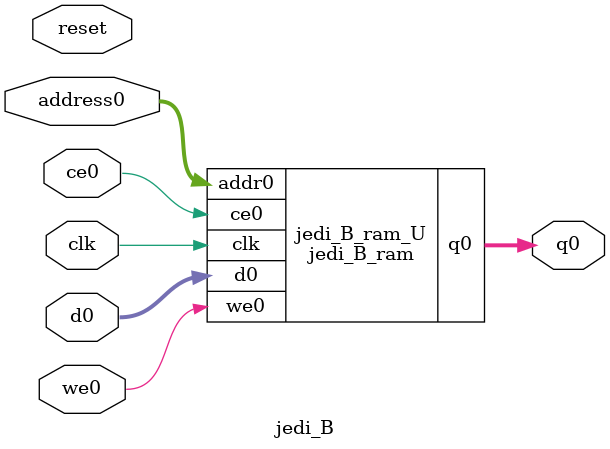
<source format=v>
`timescale 1 ns / 1 ps
module jedi_B_ram (addr0, ce0, d0, we0, q0,  clk);

parameter DWIDTH = 32;
parameter AWIDTH = 20;
parameter MEM_SIZE = 715200;

input[AWIDTH-1:0] addr0;
input ce0;
input[DWIDTH-1:0] d0;
input we0;
output wire[DWIDTH-1:0] q0;
input clk;

(* ram_style = "block" *)reg [DWIDTH-1:0] ram[0:MEM_SIZE-1];
wire [AWIDTH-1:0] addr0_t0; 
reg [AWIDTH-1:0] addr0_t1; 
wire [DWIDTH-1:0] d0_t0; 
wire we0_t0; 
reg [DWIDTH-1:0] d0_t1; 
reg we0_t1; 
reg [DWIDTH-1:0] q0_t0;
reg [DWIDTH-1:0] q0_t1;


assign addr0_t0 = addr0;
assign d0_t0 = d0;
assign we0_t0 = we0;
assign q0 = q0_t1;

always @(posedge clk)  
begin
    if (ce0) 
    begin
        addr0_t1 <= addr0_t0; 
        d0_t1 <= d0_t0;
        we0_t1 <= we0_t0;
        q0_t1 <= q0_t0;
    end
end


always @(posedge clk)  
begin 
    if (ce0) begin
        if (we0_t1) 
            ram[addr0_t1] <= d0_t1; 
        q0_t0 <= ram[addr0_t1];
    end
end


endmodule

`timescale 1 ns / 1 ps
module jedi_B(
    reset,
    clk,
    address0,
    ce0,
    we0,
    d0,
    q0);

parameter DataWidth = 32'd32;
parameter AddressRange = 32'd715200;
parameter AddressWidth = 32'd20;
input reset;
input clk;
input[AddressWidth - 1:0] address0;
input ce0;
input we0;
input[DataWidth - 1:0] d0;
output[DataWidth - 1:0] q0;



jedi_B_ram jedi_B_ram_U(
    .clk( clk ),
    .addr0( address0 ),
    .ce0( ce0 ),
    .we0( we0 ),
    .d0( d0 ),
    .q0( q0 ));

endmodule


</source>
